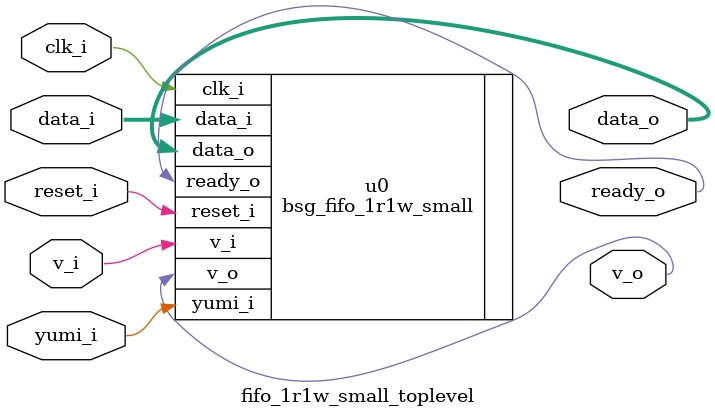
<source format=v>
module fifo_1r1w_small_toplevel #( parameter width_p = 0
				, parameter els_p = 0
                                , parameter harden_p     = 0
                                , parameter ready_THEN_valid_p = 0
                                )
    ( input                clk_i
    , input                reset_i

    , input                v_i
    , output               ready_o
    , input [width_p-1:0]  data_i

    , output               v_o
    , output [width_p-1:0] data_o
    , input                yumi_i
    );
    
   bsg_fifo_1r1w_small #(.width_p(width_p), .els_p(els_p), .harden_p(harden_p), .ready_THEN_valid_p(ready_THEN_valid_p)) u0 (.clk_i(clk_i), .reset_i(reset_i), .v_i(v_i), .ready_o(ready_o), .data_i(data_i), .v_o(v_o), .data_o(data_o), .yumi_i(yumi_i));
   
endmodule

</source>
